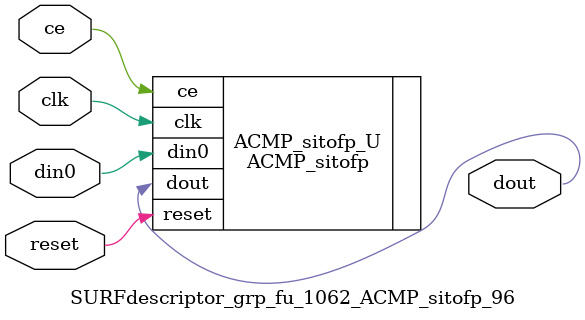
<source format=v>

`timescale 1 ns / 1 ps
module SURFdescriptor_grp_fu_1062_ACMP_sitofp_96(
    clk,
    reset,
    ce,
    din0,
    dout);

parameter ID = 32'd1;
parameter NUM_STAGE = 32'd1;
parameter din0_WIDTH = 32'd1;
parameter dout_WIDTH = 32'd1;
input clk;
input reset;
input ce;
input[din0_WIDTH - 1:0] din0;
output[dout_WIDTH - 1:0] dout;



ACMP_sitofp #(
.ID( ID ),
.NUM_STAGE( 4 ),
.din0_WIDTH( din0_WIDTH ),
.dout_WIDTH( dout_WIDTH ))
ACMP_sitofp_U(
    .clk( clk ),
    .reset( reset ),
    .ce( ce ),
    .din0( din0 ),
    .dout( dout ));

endmodule

</source>
